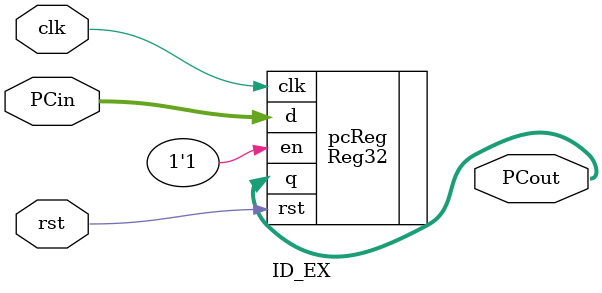
<source format=v>
module ID_EX (clk, rst, PCin, PCout);
input clk;
input rst;
input [31:0] PCin;
output [31:0] PCout;

	Reg32 pcReg (
		.clk(clk),
		.rst(rst),
		.en(1'b1),
		.d(PCin),
		.q(PCout)
		);

endmodule 
</source>
